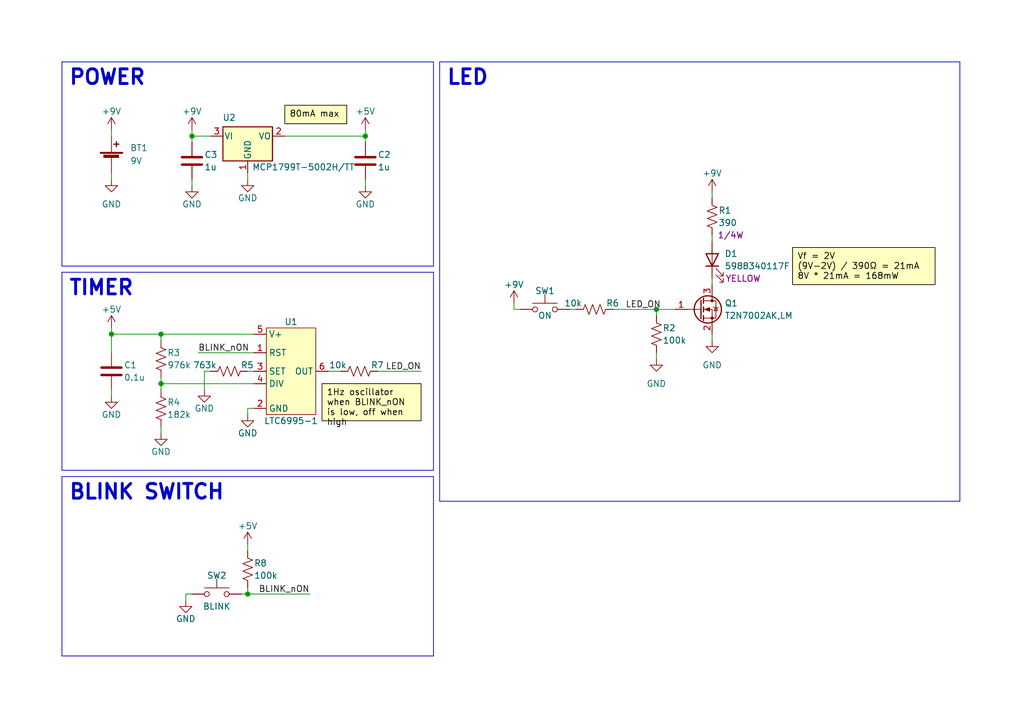
<source format=kicad_sch>
(kicad_sch (version 20230121) (generator eeschema)
  (paper "A5")
  (title_block (title "PCB_Flashlight") (rev "0") (company "Jasper Rubin"))
  (lib_symbols
    (symbol "Device:Battery_Cell" (pin_numbers hide) (pin_names (offset 0) hide)
      (property "Reference" "BT" (at 2.54 2.54 0))
      (property "Value" "Battery_Cell" (at 2.54 0 0))
      (symbol "Battery_Cell_0_1"
        (rectangle (start -2.286 1.778) (end 2.286 1.524) (fill (type outline)))
        (rectangle (start -1.5748 1.1938) (end 1.4732 0.6858) (fill (type outline)))
        (polyline (pts (xy 0 0.762) (xy 0 0)))
        (polyline (pts (xy 0 1.778) (xy 0 2.54)))
        (polyline (pts (xy 0.508 3.429) (xy 1.524 3.429)) (stroke (width 0.254)))
        (polyline (pts (xy 1.016 3.937) (xy 1.016 2.921)) (stroke (width 0.254)))
      )
      (symbol "Battery_Cell_1_1"
        (pin passive line (at 0 5.08 270) (length 2.54) (name "+") (number "1"))
        (pin passive line (at 0 -2.54 90) (length 2.54) (name "-") (number "2"))
      )
    )
    (symbol "Device:C" (pin_numbers hide) (pin_names (offset 0.254))
      (property "Reference" "C" (at 0.635 2.54 0))
      (property "Value" "C" (at 0.635 -2.54 0))
      (symbol "C_0_1"
        (polyline (pts (xy -2.032 -0.762) (xy 2.032 -0.762)) (stroke (width 0.508)))
        (polyline (pts (xy -2.032 0.762) (xy 2.032 0.762)) (stroke (width 0.508)))
      )
      (symbol "C_1_1"
        (pin passive line (at 0 3.81 270) (length 2.794) (name "~") (number "1"))
        (pin passive line (at 0 -3.81 90) (length 2.794) (name "~") (number "2"))
      )
    )
    (symbol "Device:LED" (pin_numbers hide) (pin_names (offset 1.016) hide)
      (property "Reference" "D" (at 0 2.54 0))
      (property "Value" "LED" (at 0 -2.54 0))
      (symbol "LED_0_1"
        (polyline (pts (xy -1.27 -1.27) (xy -1.27 1.27)) (stroke (width 0.254)))
        (polyline (pts (xy -1.27 0) (xy 1.27 0)))
        (polyline (pts (xy 1.27 -1.27) (xy 1.27 1.27) (xy -1.27 0) (xy 1.27 -1.27)) (stroke (width 0.254)))
        (polyline (pts (xy -3.048 -0.762) (xy -4.572 -2.286) (xy -3.81 -2.286) (xy -4.572 -2.286) (xy -4.572 -1.524)))
        (polyline (pts (xy -1.778 -0.762) (xy -3.302 -2.286) (xy -2.54 -2.286) (xy -3.302 -2.286) (xy -3.302 -1.524)))
      )
      (symbol "LED_1_1"
        (pin passive line (at -3.81 0 0) (length 2.54) (name "K") (number "1"))
        (pin passive line (at 3.81 0 180) (length 2.54) (name "A") (number "2"))
      )
    )
    (symbol "Device:Q_NMOS_GSD" (pin_names (offset 0) hide)
      (property "Reference" "Q" (at 5.08 1.27 0))
      (property "Value" "Q_NMOS_GSD" (at 5.08 -1.27 0))
      (symbol "Q_NMOS_GSD_0_1"
        (polyline (pts (xy 0.254 0) (xy -2.54 0)))
        (polyline (pts (xy 0.254 1.905) (xy 0.254 -1.905)) (stroke (width 0.254)))
        (polyline (pts (xy 0.762 -1.27) (xy 0.762 -2.286)) (stroke (width 0.254)))
        (polyline (pts (xy 0.762 0.508) (xy 0.762 -0.508)) (stroke (width 0.254)))
        (polyline (pts (xy 0.762 2.286) (xy 0.762 1.27)) (stroke (width 0.254)))
        (polyline (pts (xy 2.54 2.54) (xy 2.54 1.778)))
        (polyline (pts (xy 2.54 -2.54) (xy 2.54 0) (xy 0.762 0)))
        (polyline (pts (xy 0.762 -1.778) (xy 3.302 -1.778) (xy 3.302 1.778) (xy 0.762 1.778)))
        (polyline (pts (xy 1.016 0) (xy 2.032 0.381) (xy 2.032 -0.381) (xy 1.016 0)) (fill (type outline)))
        (polyline (pts (xy 2.794 0.508) (xy 2.921 0.381) (xy 3.683 0.381) (xy 3.81 0.254)))
        (polyline (pts (xy 3.302 0.381) (xy 2.921 -0.254) (xy 3.683 -0.254) (xy 3.302 0.381)))
        (circle (center 1.651 0) (radius 2.794) (stroke (width 0.254)))
        (circle (center 2.54 -1.778) (radius 0.254) (fill (type outline)))
        (circle (center 2.54 1.778) (radius 0.254) (fill (type outline)))
      )
      (symbol "Q_NMOS_GSD_1_1"
        (pin input line (at -5.08 0 0) (length 2.54) (name "G") (number "1"))
        (pin passive line (at 2.54 -5.08 90) (length 2.54) (name "S") (number "2"))
        (pin passive line (at 2.54 5.08 270) (length 2.54) (name "D") (number "3"))
      )
    )
    (symbol "Device:R_US" (pin_numbers hide) (pin_names (offset 0))
      (property "Reference" "R" (at 2.54 0 90))
      (property "Value" "R_US" (at -2.54 0 90))
      (symbol "R_US_0_1"
        (polyline (pts (xy 0 -2.286) (xy 0 -2.54)))
        (polyline (pts (xy 0 2.286) (xy 0 2.54)))
        (polyline (pts (xy 0 -0.762) (xy 1.016 -1.143) (xy 0 -1.524) (xy -1.016 -1.905) (xy 0 -2.286)))
        (polyline (pts (xy 0 0.762) (xy 1.016 0.381) (xy 0 0) (xy -1.016 -0.381) (xy 0 -0.762)))
        (polyline (pts (xy 0 2.286) (xy 1.016 1.905) (xy 0 1.524) (xy -1.016 1.143) (xy 0 0.762)))
      )
      (symbol "R_US_1_1"
        (pin passive line (at 0 3.81 270) (length 1.27) (name "~") (number "1"))
        (pin passive line (at 0 -3.81 90) (length 1.27) (name "~") (number "2"))
      )
    )
    (symbol "FlashlightLib:LTC6995-1"
      (property "Reference" "U" (at -3.81 10.16 0))
      (symbol "LTC6995-1_0_1"
        (rectangle (start -5.08 8.89) (end 5.08 -8.89) (fill (type background)))
      )
      (symbol "LTC6995-1_1_1"
        (pin input line (at -7.62 3.81 0) (length 2.54) (name "RST") (number "1"))
        (pin power_in line (at -7.62 -7.62 0) (length 2.54) (name "GND") (number "2"))
        (pin input line (at -7.62 0 0) (length 2.54) (name "SET") (number "3"))
        (pin input line (at -7.62 -2.54 0) (length 2.54) (name "DIV") (number "4"))
        (pin power_in line (at -7.62 7.62 0) (length 2.54) (name "V+") (number "5"))
        (pin output line (at 7.62 0 180) (length 2.54) (name "OUT") (number "6"))
      )
    )
    (symbol "Regulator_Linear:MCP1799x-500xxTT" (pin_names (offset 0.254))
      (property "Reference" "U" (at -3.81 3.175 0))
      (property "Value" "MCP1799x-500xxTT" (at 0 3.175 0))
      (symbol "MCP1799x-500xxTT_0_1"
        (rectangle (start -5.08 1.905) (end 5.08 -5.08) (stroke (width 0.254)) (fill (type background)))
      )
      (symbol "MCP1799x-500xxTT_1_1"
        (pin power_in line (at 0 -7.62 90) (length 2.54) (name "GND") (number "1"))
        (pin power_out line (at 7.62 0 180) (length 2.54) (name "VO") (number "2"))
        (pin power_in line (at -7.62 0 0) (length 2.54) (name "VI") (number "3"))
      )
    )
    (symbol "Switch:SW_Push" (pin_numbers hide) (pin_names (offset 1.016) hide)
      (property "Reference" "SW" (at 1.27 2.54 0))
      (property "Value" "SW_Push" (at 0 -1.524 0))
      (symbol "SW_Push_0_1"
        (circle (center -2.032 0) (radius 0.508))
        (polyline (pts (xy 0 1.27) (xy 0 3.048)))
        (polyline (pts (xy 2.54 1.27) (xy -2.54 1.27)))
        (circle (center 2.032 0) (radius 0.508))
        (pin passive line (at -5.08 0 0) (length 2.54) (name "1") (number "1"))
        (pin passive line (at 5.08 0 180) (length 2.54) (name "2") (number "2"))
      )
    )
    (symbol "power:+5V" (power) (pin_names (offset 0))
      (property "Value" "+5V" (at 0 3.556 0))
      (symbol "+5V_0_1"
        (polyline (pts (xy -0.762 1.27) (xy 0 2.54)))
        (polyline (pts (xy 0 0) (xy 0 2.54)))
        (polyline (pts (xy 0 2.54) (xy 0.762 1.27)))
      )
      (symbol "+5V_1_1"
        (pin power_in line (at 0 0 90) (length 0) hide (name "+5V") (number "1"))
      )
    )
    (symbol "power:+9V" (power) (pin_names (offset 0))
      (property "Value" "+9V" (at 0 3.556 0))
      (symbol "+9V_0_1"
        (polyline (pts (xy -0.762 1.27) (xy 0 2.54)))
        (polyline (pts (xy 0 0) (xy 0 2.54)))
        (polyline (pts (xy 0 2.54) (xy 0.762 1.27)))
      )
      (symbol "+9V_1_1"
        (pin power_in line (at 0 0 90) (length 0) hide (name "+9V") (number "1"))
      )
    )
    (symbol "power:GND" (power) (pin_names (offset 0))
      (property "Value" "GND" (at 0 -3.81 0))
      (symbol "GND_0_1"
        (polyline (pts (xy 0 0) (xy 0 -1.27) (xy 1.27 -1.27) (xy 0 -2.54) (xy -1.27 -1.27) (xy 0 -1.27)))
      )
      (symbol "GND_1_1"
        (pin power_in line (at 0 0 270) (length 0) hide (name "GND") (number "1"))
      )
    )
  )
  (junction (at 22.86 68.58))
  (junction (at 39.37 27.94))
  (junction (at 33.02 68.58))
  (junction (at 74.93 27.94))
  (junction (at 50.8 121.92))
  (junction (at 134.62 63.5))
  (junction (at 33.02 78.74))
  (wire (pts (xy 33.02 78.74) (xy 33.02 80.01)))
  (wire (pts (xy 50.8 35.56) (xy 50.8 36.83)))
  (wire (pts (xy 125.73 63.5) (xy 134.62 63.5)))
  (polyline (pts (xy 12.7 134.62) (xy 88.9 134.62)))
  (wire (pts (xy 22.86 80.01) (xy 22.86 81.28)))
  (wire (pts (xy 41.91 76.2) (xy 41.91 80.01)))
  (wire (pts (xy 50.8 83.82) (xy 52.07 83.82)))
  (wire (pts (xy 134.62 63.5) (xy 134.62 64.77)))
  (wire (pts (xy 39.37 26.67) (xy 39.37 27.94)))
  (wire (pts (xy 146.05 68.58) (xy 146.05 69.85)))
  (polyline (pts (xy 12.7 97.79) (xy 88.9 97.79)))
  (wire (pts (xy 22.86 26.67) (xy 22.86 27.94)))
  (wire (pts (xy 40.64 72.39) (xy 52.07 72.39)))
  (wire (pts (xy 146.05 57.15) (xy 146.05 58.42)))
  (wire (pts (xy 58.42 27.94) (xy 74.93 27.94)))
  (wire (pts (xy 50.8 76.2) (xy 52.07 76.2)))
  (polyline (pts (xy 12.7 55.88) (xy 12.7 96.52)))
  (wire (pts (xy 146.05 39.37) (xy 146.05 40.64)))
  (wire (pts (xy 105.41 62.23) (xy 105.41 63.5)))
  (polyline (pts (xy 88.9 96.52) (xy 88.9 55.88)))
  (wire (pts (xy 39.37 27.94) (xy 39.37 29.21)))
  (wire (pts (xy 22.86 68.58) (xy 33.02 68.58)))
  (wire (pts (xy 116.84 63.5) (xy 118.11 63.5)))
  (polyline (pts (xy 90.17 12.7) (xy 196.85 12.7)))
  (wire (pts (xy 38.1 123.19) (xy 38.1 121.92)))
  (wire (pts (xy 22.86 68.58) (xy 22.86 72.39)))
  (polyline (pts (xy 12.7 96.52) (xy 88.9 96.52)))
  (wire (pts (xy 38.1 121.92) (xy 39.37 121.92)))
  (wire (pts (xy 33.02 68.58) (xy 52.07 68.58)))
  (wire (pts (xy 33.02 77.47) (xy 33.02 78.74)))
  (wire (pts (xy 43.18 76.2) (xy 41.91 76.2)))
  (polyline (pts (xy 196.85 102.87) (xy 196.85 12.7)))
  (wire (pts (xy 22.86 67.31) (xy 22.86 68.58)))
  (wire (pts (xy 33.02 68.58) (xy 33.02 69.85)))
  (wire (pts (xy 49.53 121.92) (xy 50.8 121.92)))
  (polyline (pts (xy 88.9 54.61) (xy 88.9 12.7)))
  (wire (pts (xy 50.8 120.65) (xy 50.8 121.92)))
  (wire (pts (xy 50.8 121.92) (xy 63.5 121.92)))
  (polyline (pts (xy 88.9 134.62) (xy 88.9 97.79)))
  (wire (pts (xy 50.8 111.76) (xy 50.8 113.03)))
  (polyline (pts (xy 90.17 102.87) (xy 196.85 102.87)))
  (wire (pts (xy 134.62 72.39) (xy 134.62 73.66)))
  (wire (pts (xy 74.93 26.67) (xy 74.93 27.94)))
  (wire (pts (xy 50.8 85.09) (xy 50.8 83.82)))
  (polyline (pts (xy 12.7 54.61) (xy 88.9 54.61)))
  (wire (pts (xy 33.02 78.74) (xy 52.07 78.74)))
  (wire (pts (xy 134.62 63.5) (xy 138.43 63.5)))
  (polyline (pts (xy 12.7 97.79) (xy 12.7 134.62)))
  (polyline (pts (xy 90.17 12.7) (xy 90.17 102.87)))
  (wire (pts (xy 146.05 48.26) (xy 146.05 49.53)))
  (wire (pts (xy 67.31 76.2) (xy 69.85 76.2)))
  (wire (pts (xy 39.37 27.94) (xy 43.18 27.94)))
  (polyline (pts (xy 12.7 55.88) (xy 88.9 55.88)))
  (wire (pts (xy 22.86 35.56) (xy 22.86 36.83)))
  (wire (pts (xy 74.93 27.94) (xy 74.93 29.21)))
  (wire (pts (xy 33.02 87.63) (xy 33.02 88.9)))
  (wire (pts (xy 77.47 76.2) (xy 86.36 76.2)))
  (wire (pts (xy 105.41 63.5) (xy 106.68 63.5)))
  (polyline (pts (xy 12.7 12.7) (xy 12.7 54.61)))
  (wire (pts (xy 39.37 36.83) (xy 39.37 38.1)))
  (polyline (pts (xy 12.7 12.7) (xy 88.9 12.7)))
  (wire (pts (xy 74.93 36.83) (xy 74.93 38.1)))
  (text_box "1Hz oscillator when BLINK_nON is low, off when high" (at 66.04 78.74 0) (size 20.32 7.62) (stroke (width 0) (color 0 0 0 1)) (fill (type color) (color 255 255 194 1)) (effects (font (size 1.27 1.27)) (justify left top)))
  (text_box "80mA max" (at 58.42 21.59 0) (size 12.7 3.81) (stroke (width 0) (color 0 0 0 1)) (fill (type color) (color 255 255 194 1)) (effects (font (size 1.27 1.27)) (justify left top)))
  (text_box "Vf = 2V\n(9V-2V) / 390Ω = 21mA\n8V * 21mA = 168mW" (at 162.56 50.8 0) (size 29.21 7.62) (stroke (width 0) (color 0 0 0 1)) (fill (type color) (color 255 255 194 1)) (effects (font (size 1.27 1.27)) (justify left top)))
  (text "TIMER" (at 13.97 60.96 0) (effects (font (size 3 3) (thickness 0.6) bold) (justify left bottom)))
  (text "POWER" (at 13.97 17.78 0) (effects (font (size 3 3) (thickness 0.6) bold) (justify left bottom)))
  (text "BLINK SWITCH" (at 13.97 102.87 0) (effects (font (size 3 3) (thickness 0.6) bold) (justify left bottom)))
  (text "LED" (at 91.44 17.78 0) (effects (font (size 3 3) (thickness 0.6) bold) (justify left bottom)))
  (label "BLINK_nON" (at 63.5 121.92 180))
  (label "LED_ON" (at 86.36 76.2 180))
  (label "LED_ON" (at 128.27 63.5 0))
  (label "BLINK_nON" (at 40.64 72.39 0))
  (symbol (lib_id "power:GND") (at 134.62 73.66 0) (unit 1)
    (property "Reference" "#PWR05" (effects hide))
    (property "Value" "GND" (at 134.62 78.74 0))
  )
  (symbol (lib_id "power:GND") (at 39.37 38.1 0) (unit 1)
    (property "Reference" "#PWR018" (effects hide))
    (property "Value" "GND" (at 39.37 41.91 0))
  )
  (symbol (lib_id "Device:R_US") (at 50.8 116.84 0) (unit 1)
    (property "Reference" "R8" (at 52.07 115.57 0) (effects (justify left)))
    (property "Value" "100k" (at 52.07 118.11 0) (effects (justify left)))
    (property "Footprint" "Resistor_SMD:R_0805_2012Metric_Pad1.20x1.40mm_HandSolder" (effects hide))
  )
  (symbol (lib_id "Device:C") (at 22.86 76.2 0) (unit 1)
    (property "Reference" "C1" (at 25.4 74.93 0) (effects (justify left)))
    (property "Value" "0.1u" (at 25.4 77.47 0) (effects (justify left)))
    (property "Footprint" "Capacitor_SMD:C_0805_2012Metric_Pad1.18x1.45mm_HandSolder" (effects hide))
  )
  (symbol (lib_id "Device:Battery_Cell") (at 22.86 33.02 0) (unit 1)
    (property "Reference" "BT1" (at 26.67 30.353 0) (effects (justify left)))
    (property "Value" "9V" (at 26.67 33.02 0) (effects (justify left)))
    (property "Footprint" "Connector_PinHeader_2.54mm:PinHeader_1x02_P2.54mm_Vertical" (effects hide))
  )
  (symbol (lib_id "Device:R_US") (at 146.05 44.45 0) (unit 1)
    (property "Reference" "R1" (at 147.32 43.18 0) (effects (justify left)))
    (property "Value" "390" (at 147.32 45.72 0) (effects (justify left)))
    (property "Footprint" "Resistor_SMD:R_0805_2012Metric_Pad1.20x1.40mm_HandSolder" (effects hide))
    (property "Power" "1/4W" (at 149.86 48.26 0))
  )
  (symbol (lib_id "power:GND") (at 50.8 36.83 0) (unit 1)
    (property "Reference" "#PWR016" (effects hide))
    (property "Value" "GND" (at 50.8 40.64 0))
  )
  (symbol (lib_id "power:GND") (at 33.02 88.9 0) (unit 1)
    (property "Reference" "#PWR07" (effects hide))
    (property "Value" "GND" (at 33.02 92.71 0))
  )
  (symbol (lib_id "Device:Q_NMOS_GSD") (at 143.51 63.5 0) (unit 1)
    (property "Reference" "Q1" (at 148.59 62.23 0) (effects (justify left)))
    (property "Value" "T2N7002AK,LM" (at 148.59 64.77 0) (effects (justify left)))
    (property "Footprint" "Package_TO_SOT_SMD:SOT-23_Handsoldering" (effects hide))
    (property "Datasheet" "https://toshiba.semicon-storage.com/info/T2N7002AK_datasheet_en_20150401.pdf?did=29712&prodName=T2N7002AK" (effects hide))
  )
  (symbol (lib_id "Device:R_US") (at 46.99 76.2 90) (unit 1)
    (property "Reference" "R5" (at 52.07 74.93 90) (effects (justify left)))
    (property "Value" "763k" (at 44.45 74.93 90) (effects (justify left)))
    (property "Footprint" "Resistor_SMD:R_0805_2012Metric_Pad1.20x1.40mm_HandSolder" (effects hide))
  )
  (symbol (lib_id "power:+9V") (at 22.86 26.67 0) (unit 1)
    (property "Reference" "#PWR02" (effects hide))
    (property "Value" "+9V" (at 22.86 22.86 0))
  )
  (symbol (lib_id "power:+5V") (at 50.8 111.76 0) (unit 1)
    (property "Reference" "#PWR012" (effects hide))
    (property "Value" "+5V" (at 50.8 107.95 0))
  )
  (symbol (lib_id "Device:C") (at 39.37 33.02 0) (unit 1)
    (property "Reference" "C3" (at 41.91 31.75 0) (effects (justify left)))
    (property "Value" "1u" (at 41.91 34.29 0) (effects (justify left)))
    (property "Footprint" "Capacitor_SMD:C_0805_2012Metric_Pad1.18x1.45mm_HandSolder" (effects hide))
  )
  (symbol (lib_id "power:+5V") (at 74.93 26.67 0) (unit 1)
    (property "Reference" "#PWR015" (effects hide))
    (property "Value" "+5V" (at 74.93 22.86 0))
  )
  (symbol (lib_id "power:+9V") (at 105.41 62.23 0) (unit 1)
    (property "Reference" "#PWR010" (effects hide))
    (property "Value" "+9V" (at 105.41 58.42 0))
  )
  (symbol (lib_id "FlashlightLib:LTC6995-1") (at 59.69 76.2 0) (unit 1)
    (property "Reference" "U1" (at 59.69 66.04 0))
    (property "Value" "LTC6995-1" (at 59.69 86.36 0))
    (property "Footprint" "Package_TO_SOT_SMD:SOT-23-6_Handsoldering" (effects hide))
    (property "Datasheet" "https://www.analog.com/media/en/technical-documentation/data-sheets/LTC6995-6695-1-6695-2.pdf" (effects hide))
  )
  (symbol (lib_id "Device:LED") (at 146.05 53.34 90) (unit 1)
    (property "Reference" "D1" (at 148.59 52.07 90) (effects (justify right)))
    (property "Value" "5988340117F" (at 148.59 54.61 90) (effects (justify right)))
    (property "Footprint" "FlashlightFootprints:5988340117F" (effects hide))
    (property "Datasheet" "https://s3-us-west-2.amazonaws.com/catsy.557/Dialight_CBI_data_598-singleRA-1208_Mar2019.pdf" (effects hide))
    (property "Color" "YELLOW" (at 152.4 57.15 90))
  )
  (symbol (lib_id "Device:R_US") (at 33.02 83.82 0) (unit 1)
    (property "Reference" "R4" (at 34.29 82.55 0) (effects (justify left)))
    (property "Value" "182k" (at 34.29 85.09 0) (effects (justify left)))
    (property "Footprint" "Resistor_SMD:R_0805_2012Metric_Pad1.20x1.40mm_HandSolder" (effects hide))
  )
  (symbol (lib_id "power:GND") (at 50.8 85.09 0) (unit 1)
    (property "Reference" "#PWR08" (effects hide))
    (property "Value" "GND" (at 50.8 88.9 0))
  )
  (symbol (lib_id "Device:C") (at 74.93 33.02 0) (unit 1)
    (property "Reference" "C2" (at 77.47 31.75 0) (effects (justify left)))
    (property "Value" "1u" (at 77.47 34.29 0) (effects (justify left)))
    (property "Footprint" "Capacitor_SMD:C_0805_2012Metric_Pad1.18x1.45mm_HandSolder" (effects hide))
  )
  (symbol (lib_id "power:GND") (at 38.1 123.19 0) (unit 1)
    (property "Reference" "#PWR011" (effects hide))
    (property "Value" "GND" (at 38.1 127 0))
  )
  (symbol (lib_id "Switch:SW_Push") (at 111.76 63.5 0) (unit 1)
    (property "Reference" "SW1" (at 111.76 59.69 0))
    (property "Value" "ON" (at 111.76 64.77 0))
    (property "Footprint" "Button_Switch_THT:SW_PUSH_6mm" (effects hide))
  )
  (symbol (lib_id "Switch:SW_Push") (at 44.45 121.92 0) (unit 1)
    (property "Reference" "SW2" (at 44.45 118.11 0))
    (property "Value" "BLINK" (at 44.45 124.46 0))
    (property "Footprint" "Button_Switch_THT:SW_PUSH_6mm" (effects hide))
  )
  (symbol (lib_id "power:+9V") (at 39.37 26.67 0) (unit 1)
    (property "Reference" "#PWR013" (effects hide))
    (property "Value" "+9V" (at 39.37 22.86 0))
  )
  (symbol (lib_id "Device:R_US") (at 134.62 68.58 0) (unit 1)
    (property "Reference" "R2" (at 135.89 67.31 0) (effects (justify left)))
    (property "Value" "100k" (at 135.89 69.85 0) (effects (justify left)))
    (property "Footprint" "Resistor_SMD:R_0805_2012Metric_Pad1.20x1.40mm_HandSolder" (effects hide))
  )
  (symbol (lib_id "power:GND") (at 74.93 38.1 0) (unit 1)
    (property "Reference" "#PWR017" (effects hide))
    (property "Value" "GND" (at 74.93 41.91 0))
  )
  (symbol (lib_id "power:GND") (at 22.86 36.83 0) (unit 1)
    (property "Reference" "#PWR03" (effects hide))
    (property "Value" "GND" (at 22.86 41.91 0))
  )
  (symbol (lib_id "power:GND") (at 22.86 81.28 0) (unit 1)
    (property "Reference" "#PWR014" (effects hide))
    (property "Value" "GND" (at 22.86 85.09 0))
  )
  (symbol (lib_id "Regulator_Linear:MCP1799x-500xxTT") (at 50.8 27.94 0) (unit 1)
    (property "Reference" "U2" (at 46.99 24.13 0))
    (property "Value" "MCP1799T-5002H/TT" (at 62.23 34.29 0))
    (property "Footprint" "Package_TO_SOT_SMD:SOT-23" (effects hide))
    (property "Datasheet" "https://ww1.microchip.com/downloads/en/DeviceDoc/MCP1799-Data-Sheet-20006248A.pdf" (effects hide))
  )
  (symbol (lib_id "power:+9V") (at 146.05 39.37 0) (unit 1)
    (property "Reference" "#PWR04" (effects hide))
    (property "Value" "+9V" (at 146.05 35.56 0))
  )
  (symbol (lib_id "Device:R_US") (at 73.66 76.2 90) (unit 1)
    (property "Reference" "R7" (at 78.74 74.93 90) (effects (justify left)))
    (property "Value" "10k" (at 71.12 74.93 90) (effects (justify left)))
    (property "Footprint" "Resistor_SMD:R_0805_2012Metric_Pad1.20x1.40mm_HandSolder" (effects hide))
  )
  (symbol (lib_id "power:GND") (at 146.05 69.85 0) (unit 1)
    (property "Reference" "#PWR01" (effects hide))
    (property "Value" "GND" (at 146.05 74.93 0))
  )
  (symbol (lib_id "Device:R_US") (at 121.92 63.5 90) (unit 1)
    (property "Reference" "R6" (at 127 62.23 90) (effects (justify left)))
    (property "Value" "10k" (at 119.38 62.23 90) (effects (justify left)))
    (property "Footprint" "Resistor_SMD:R_0805_2012Metric_Pad1.20x1.40mm_HandSolder" (effects hide))
  )
  (symbol (lib_id "Device:R_US") (at 33.02 73.66 0) (unit 1)
    (property "Reference" "R3" (at 34.29 72.39 0) (effects (justify left)))
    (property "Value" "976k" (at 34.29 74.93 0) (effects (justify left)))
    (property "Footprint" "Resistor_SMD:R_0805_2012Metric_Pad1.20x1.40mm_HandSolder" (effects hide))
  )
  (symbol (lib_id "power:+5V") (at 22.86 67.31 0) (unit 1)
    (property "Reference" "#PWR06" (effects hide))
    (property "Value" "+5V" (at 22.86 63.5 0))
  )
  (symbol (lib_id "power:GND") (at 41.91 80.01 0) (unit 1)
    (property "Reference" "#PWR09" (effects hide))
    (property "Value" "GND" (at 41.91 83.82 0))
  )
)
</source>
